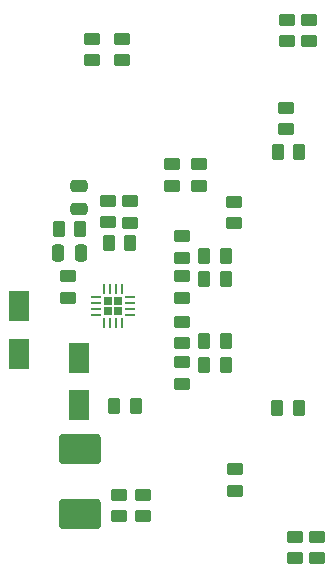
<source format=gbr>
%TF.GenerationSoftware,KiCad,Pcbnew,6.0.4-6f826c9f35~116~ubuntu20.04.1*%
%TF.CreationDate,2022-05-25T09:41:19+00:00*%
%TF.ProjectId,RFIQINT02B,52464951-494e-4543-9032-422e6b696361,REV*%
%TF.SameCoordinates,Original*%
%TF.FileFunction,Paste,Bot*%
%TF.FilePolarity,Positive*%
%FSLAX46Y46*%
G04 Gerber Fmt 4.6, Leading zero omitted, Abs format (unit mm)*
G04 Created by KiCad (PCBNEW 6.0.4-6f826c9f35~116~ubuntu20.04.1) date 2022-05-25 09:41:19*
%MOMM*%
%LPD*%
G01*
G04 APERTURE LIST*
G04 Aperture macros list*
%AMRoundRect*
0 Rectangle with rounded corners*
0 $1 Rounding radius*
0 $2 $3 $4 $5 $6 $7 $8 $9 X,Y pos of 4 corners*
0 Add a 4 corners polygon primitive as box body*
4,1,4,$2,$3,$4,$5,$6,$7,$8,$9,$2,$3,0*
0 Add four circle primitives for the rounded corners*
1,1,$1+$1,$2,$3*
1,1,$1+$1,$4,$5*
1,1,$1+$1,$6,$7*
1,1,$1+$1,$8,$9*
0 Add four rect primitives between the rounded corners*
20,1,$1+$1,$2,$3,$4,$5,0*
20,1,$1+$1,$4,$5,$6,$7,0*
20,1,$1+$1,$6,$7,$8,$9,0*
20,1,$1+$1,$8,$9,$2,$3,0*%
G04 Aperture macros list end*
%ADD10RoundRect,0.250000X-0.262500X-0.450000X0.262500X-0.450000X0.262500X0.450000X-0.262500X0.450000X0*%
%ADD11R,1.800000X2.500000*%
%ADD12RoundRect,0.249999X-1.500001X1.025001X-1.500001X-1.025001X1.500001X-1.025001X1.500001X1.025001X0*%
%ADD13RoundRect,0.250000X-0.450000X0.262500X-0.450000X-0.262500X0.450000X-0.262500X0.450000X0.262500X0*%
%ADD14RoundRect,0.250000X0.475000X-0.250000X0.475000X0.250000X-0.475000X0.250000X-0.475000X-0.250000X0*%
%ADD15RoundRect,0.250000X0.262500X0.450000X-0.262500X0.450000X-0.262500X-0.450000X0.262500X-0.450000X0*%
%ADD16RoundRect,0.250000X0.450000X-0.262500X0.450000X0.262500X-0.450000X0.262500X-0.450000X-0.262500X0*%
%ADD17RoundRect,0.250000X0.250000X0.475000X-0.250000X0.475000X-0.250000X-0.475000X0.250000X-0.475000X0*%
%ADD18RoundRect,0.185000X-0.185000X-0.185000X0.185000X-0.185000X0.185000X0.185000X-0.185000X0.185000X0*%
%ADD19RoundRect,0.062500X-0.337500X-0.062500X0.337500X-0.062500X0.337500X0.062500X-0.337500X0.062500X0*%
%ADD20RoundRect,0.062500X-0.062500X-0.337500X0.062500X-0.337500X0.062500X0.337500X-0.062500X0.337500X0*%
G04 APERTURE END LIST*
D10*
%TO.C,C6*%
X20804500Y30835600D03*
X22629500Y30835600D03*
%TD*%
D11*
%TO.C,D2*%
X10160000Y20213320D03*
X10160000Y24213320D03*
%TD*%
D12*
%TO.C,C14*%
X10287000Y16496080D03*
X10287000Y10946080D03*
%TD*%
D13*
%TO.C,C7*%
X30378400Y9065900D03*
X30378400Y7240900D03*
%TD*%
D14*
%TO.C,C13*%
X10236200Y36845200D03*
X10236200Y38745200D03*
%TD*%
D13*
%TO.C,R2*%
X23418800Y14793600D03*
X23418800Y12968600D03*
%TD*%
D15*
%TO.C,R1*%
X14984100Y20142200D03*
X13159100Y20142200D03*
%TD*%
D10*
%TO.C,C1*%
X26976700Y19939000D03*
X28801700Y19939000D03*
%TD*%
D13*
%TO.C,R9*%
X27762200Y45362500D03*
X27762200Y43537500D03*
%TD*%
D10*
%TO.C,C11*%
X27027500Y41656000D03*
X28852500Y41656000D03*
%TD*%
D13*
%TO.C,R10*%
X23342600Y37412300D03*
X23342600Y35587300D03*
%TD*%
D16*
%TO.C,C12*%
X29705300Y51005100D03*
X29705300Y52830100D03*
%TD*%
D13*
%TO.C,C5*%
X12623800Y37496120D03*
X12623800Y35671120D03*
%TD*%
D10*
%TO.C,R4*%
X12701900Y33896300D03*
X14526900Y33896300D03*
%TD*%
D16*
%TO.C,R7*%
X18923000Y25427300D03*
X18923000Y27252300D03*
%TD*%
D13*
%TO.C,R3*%
X28473400Y9065900D03*
X28473400Y7240900D03*
%TD*%
D10*
%TO.C,C4*%
X20791800Y32862520D03*
X22616800Y32862520D03*
%TD*%
D16*
%TO.C,R5*%
X18948400Y32691700D03*
X18948400Y34516700D03*
%TD*%
D13*
%TO.C,C16*%
X13868400Y51204500D03*
X13868400Y49379500D03*
%TD*%
D10*
%TO.C,L1*%
X8460100Y35128200D03*
X10285100Y35128200D03*
%TD*%
D13*
%TO.C,R13*%
X11277600Y51204500D03*
X11277600Y49379500D03*
%TD*%
D16*
%TO.C,C17*%
X15646400Y10771500D03*
X15646400Y12596500D03*
%TD*%
D13*
%TO.C,C10*%
X14528800Y37475800D03*
X14528800Y35650800D03*
%TD*%
D17*
%TO.C,C2*%
X10348000Y33070800D03*
X8448000Y33070800D03*
%TD*%
D18*
%TO.C,U1*%
X12656000Y28170320D03*
X13506000Y29020320D03*
X13506000Y28170320D03*
X12656000Y29020320D03*
D19*
X11631000Y27845320D03*
X11631000Y28345320D03*
X11631000Y28845320D03*
X11631000Y29345320D03*
D20*
X12331000Y30045320D03*
X12831000Y30045320D03*
X13331000Y30045320D03*
X13831000Y30045320D03*
D19*
X14531000Y29345320D03*
X14531000Y28845320D03*
X14531000Y28345320D03*
X14531000Y27845320D03*
D20*
X13831000Y27145320D03*
X13331000Y27145320D03*
X12831000Y27145320D03*
X12331000Y27145320D03*
%TD*%
D10*
%TO.C,C9*%
X20779100Y23571200D03*
X22604100Y23571200D03*
%TD*%
%TO.C,C8*%
X20779100Y25628600D03*
X22604100Y25628600D03*
%TD*%
D16*
%TO.C,R11*%
X27774900Y50992400D03*
X27774900Y52817400D03*
%TD*%
D13*
%TO.C,R8*%
X18897600Y23823300D03*
X18897600Y21998300D03*
%TD*%
%TO.C,C3*%
X9296400Y31113100D03*
X9296400Y29288100D03*
%TD*%
%TO.C,C15*%
X18034000Y40587300D03*
X18034000Y38762300D03*
%TD*%
D16*
%TO.C,R14*%
X13614400Y10771500D03*
X13614400Y12596500D03*
%TD*%
D13*
%TO.C,R6*%
X18948400Y31113100D03*
X18948400Y29288100D03*
%TD*%
%TO.C,R12*%
X20370800Y40587300D03*
X20370800Y38762300D03*
%TD*%
D11*
%TO.C,D1*%
X5080000Y28563320D03*
X5080000Y24563320D03*
%TD*%
M02*

</source>
